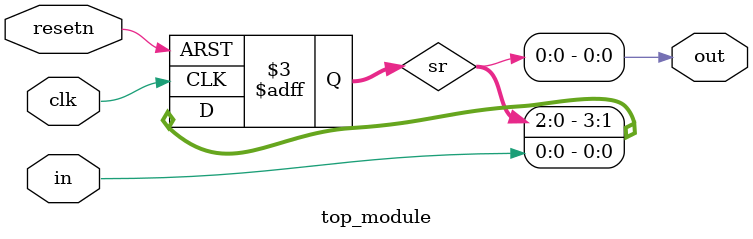
<source format=sv>
module top_module (
    input clk,
    input resetn,
    input in,
    output out
);
    reg [3:0] sr;

    always @(posedge clk or negedge resetn) begin
        if (!resetn)
            sr <= 4'b0000;
        else
            sr <= {sr[2:0], in};
    end

    assign out = sr[0];  // Output should be the least significant bit according to the description

endmodule

</source>
